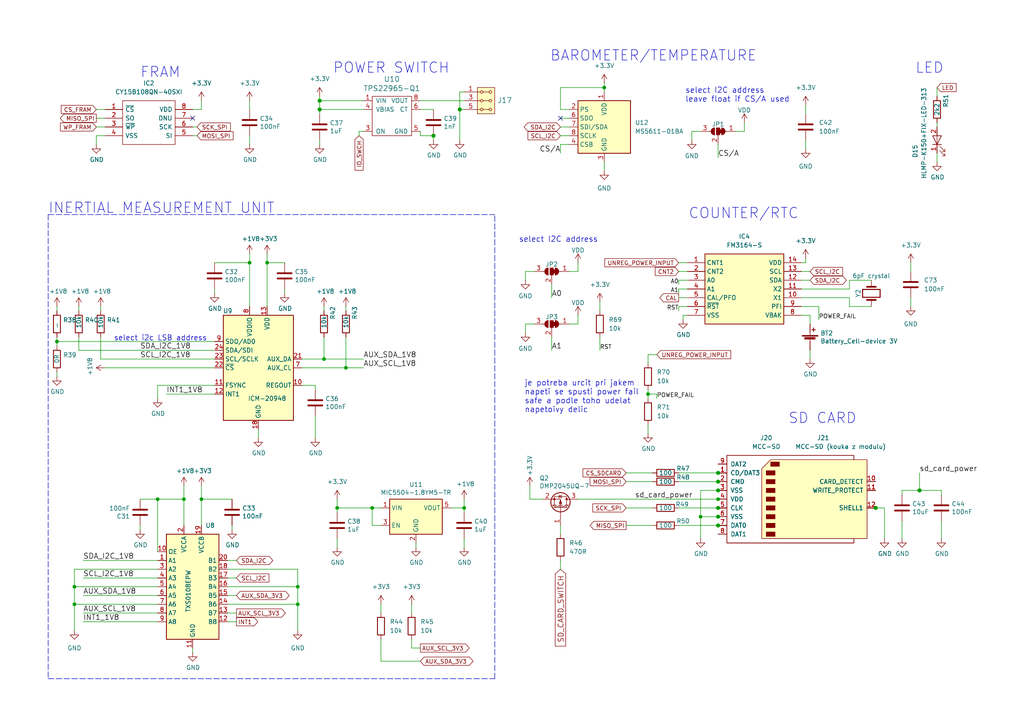
<source format=kicad_sch>
(kicad_sch (version 20231120) (generator "eeschema") (generator_version "8.0")
  (paper "A4")
  (junction (at 133.35 31.75) (diameter 1.016))
  (junction (at 208.28 152.4) (diameter 1.016))
  (junction (at 187.96 114.3))
  (junction (at 175.26 25.4))
  (junction (at 92.71 29.21) (diameter 1.016))
  (junction (at 208.28 144.78))
  (junction (at 45.72 144.78))
  (junction (at 92.71 31.75) (diameter 1.016))
  (junction (at 254 147.32) (diameter 1.016))
  (junction (at 72.39 76.2))
  (junction (at 21.59 170.18))
  (junction (at 203.2 149.86))
  (junction (at 266.7 142.24) (diameter 1.016))
  (junction (at 21.59 175.26))
  (junction (at 208.28 139.7) (diameter 1.016))
  (junction (at 77.47 76.2))
  (junction (at 208.28 137.16) (diameter 1.016))
  (junction (at 86.36 175.26))
  (junction (at 97.79 147.32))
  (junction (at 125.73 39.37) (diameter 1.016))
  (junction (at 208.28 147.32) (diameter 1.016))
  (junction (at 107.95 147.32))
  (junction (at 58.42 144.78))
  (junction (at 208.28 149.86) (diameter 1.016))
  (junction (at 208.28 142.24) (diameter 1.016))
  (junction (at 134.62 147.32))
  (junction (at 93.98 104.14))
  (junction (at 86.36 170.18))
  (junction (at 100.33 106.68))
  (junction (at 53.34 144.78))
  (junction (at 16.51 99.06))
  (no_connect (at 162.56 34.29))
  (no_connect (at 55.88 34.29))
  (wire (pts (xy 196.85 76.2) (xy 199.39 76.2)))
  (wire (pts (xy 66.04 170.18) (xy 86.36 170.18)))
  (wire (pts (xy 208.28 149.86) (xy 203.2 149.86)))
  (wire (pts (xy 107.95 152.4) (xy 107.95 147.32)))
  (wire (pts (xy 16.51 100.33) (xy 16.51 99.06)))
  (wire (pts (xy 196.85 85.09) (xy 196.85 83.82)))
  (wire (pts (xy 58.42 29.21) (xy 58.42 31.75)))
  (wire (pts (xy 198.12 91.44) (xy 198.12 92.71)))
  (wire (pts (xy 162.56 31.75) (xy 162.56 25.4)))
  (wire (pts (xy 22.86 88.9) (xy 22.86 90.17)))
  (wire (pts (xy 27.94 31.75) (xy 30.48 31.75)))
  (wire (pts (xy 196.85 81.28) (xy 199.39 81.28)))
  (wire (pts (xy 107.95 147.32) (xy 97.79 147.32)))
  (wire (pts (xy 213.36 38.1) (xy 215.9 38.1)))
  (wire (pts (xy 189.23 137.16) (xy 181.61 137.16)))
  (wire (pts (xy 190.5 102.87) (xy 187.96 102.87)))
  (wire (pts (xy 55.88 36.83) (xy 57.15 36.83)))
  (wire (pts (xy 125.73 40.64) (xy 125.73 39.37)))
  (wire (pts (xy 87.63 111.76) (xy 91.44 111.76)))
  (wire (pts (xy 121.92 38.1) (xy 121.92 39.37)))
  (wire (pts (xy 133.35 31.75) (xy 133.35 40.64)))
  (wire (pts (xy 271.78 46.99) (xy 271.78 44.45)))
  (wire (pts (xy 119.38 175.26) (xy 119.38 177.8)))
  (wire (pts (xy 134.62 31.75) (xy 133.35 31.75)))
  (wire (pts (xy 232.41 86.36) (xy 246.38 86.36)))
  (wire (pts (xy 82.55 76.2) (xy 77.47 76.2)))
  (wire (pts (xy 121.92 31.75) (xy 125.73 31.75)))
  (wire (pts (xy 266.7 142.24) (xy 266.7 137.16)))
  (wire (pts (xy 165.1 93.98) (xy 167.64 93.98)))
  (wire (pts (xy 92.71 27.94) (xy 92.71 29.21)))
  (wire (pts (xy 53.34 144.78) (xy 53.34 152.4)))
  (wire (pts (xy 74.93 127) (xy 74.93 124.46)))
  (wire (pts (xy 58.42 140.97) (xy 58.42 144.78)))
  (wire (pts (xy 100.33 97.79) (xy 100.33 106.68)))
  (wire (pts (xy 196.85 83.82) (xy 199.39 83.82)))
  (wire (pts (xy 208.28 142.24) (xy 203.2 142.24)))
  (wire (pts (xy 173.99 87.63) (xy 173.99 90.17)))
  (wire (pts (xy 175.26 25.4) (xy 175.26 26.67)))
  (wire (pts (xy 87.63 106.68) (xy 100.33 106.68)))
  (wire (pts (xy 234.95 104.14) (xy 234.95 101.6)))
  (wire (pts (xy 232.41 83.82) (xy 246.38 83.82)))
  (wire (pts (xy 167.64 78.74) (xy 167.64 76.2)))
  (wire (pts (xy 24.13 172.72) (xy 45.72 172.72)))
  (wire (pts (xy 91.44 120.65) (xy 91.44 127)))
  (wire (pts (xy 200.66 38.1) (xy 200.66 40.64)))
  (wire (pts (xy 153.67 144.78) (xy 157.48 144.78)))
  (wire (pts (xy 152.4 78.74) (xy 152.4 81.28)))
  (wire (pts (xy 175.26 46.99) (xy 175.26 49.53)))
  (wire (pts (xy 189.23 147.32) (xy 181.61 147.32)))
  (wire (pts (xy 264.16 86.36) (xy 264.16 88.9)))
  (wire (pts (xy 196.85 147.32) (xy 208.28 147.32)))
  (wire (pts (xy 24.13 177.8) (xy 45.72 177.8)))
  (wire (pts (xy 21.59 175.26) (xy 45.72 175.26)))
  (wire (pts (xy 134.62 26.67) (xy 133.35 26.67)))
  (wire (pts (xy 104.14 39.37) (xy 104.14 38.1)))
  (polyline (pts (xy 13.97 62.23) (xy 13.97 196.85)) (stroke (width 0) (type dash)))
  (wire (pts (xy 29.21 97.79) (xy 29.21 104.14)))
  (wire (pts (xy 66.04 180.34) (xy 68.58 180.34)))
  (wire (pts (xy 92.71 41.91) (xy 92.71 40.64)))
  (wire (pts (xy 66.04 165.1) (xy 86.36 165.1)))
  (wire (pts (xy 196.85 137.16) (xy 208.28 137.16)))
  (wire (pts (xy 203.2 142.24) (xy 203.2 149.86)))
  (wire (pts (xy 24.13 167.64) (xy 45.72 167.64)))
  (wire (pts (xy 133.35 26.67) (xy 133.35 31.75)))
  (wire (pts (xy 93.98 97.79) (xy 93.98 104.14)))
  (wire (pts (xy 208.28 41.91) (xy 208.28 45.72)))
  (wire (pts (xy 77.47 76.2) (xy 77.47 88.9)))
  (wire (pts (xy 16.51 99.06) (xy 62.23 99.06)))
  (wire (pts (xy 167.64 93.98) (xy 167.64 91.44)))
  (wire (pts (xy 91.44 111.76) (xy 91.44 113.03)))
  (wire (pts (xy 173.99 97.79) (xy 173.99 101.6)))
  (wire (pts (xy 29.21 88.9) (xy 29.21 90.17)))
  (wire (pts (xy 24.13 180.34) (xy 45.72 180.34)))
  (wire (pts (xy 92.71 31.75) (xy 92.71 33.02)))
  (wire (pts (xy 261.62 156.21) (xy 261.62 151.13)))
  (wire (pts (xy 45.72 144.78) (xy 45.72 160.02)))
  (wire (pts (xy 119.38 187.96) (xy 121.92 187.96)))
  (wire (pts (xy 110.49 175.26) (xy 110.49 177.8)))
  (wire (pts (xy 232.41 88.9) (xy 237.49 88.9)))
  (wire (pts (xy 66.04 177.8) (xy 68.58 177.8)))
  (wire (pts (xy 21.59 175.26) (xy 21.59 182.88)))
  (wire (pts (xy 233.68 76.2) (xy 232.41 76.2)))
  (wire (pts (xy 152.4 93.98) (xy 152.4 96.52)))
  (wire (pts (xy 45.72 111.76) (xy 45.72 115.57)))
  (wire (pts (xy 162.56 41.91) (xy 165.1 41.91)))
  (wire (pts (xy 62.23 76.2) (xy 72.39 76.2)))
  (wire (pts (xy 24.13 162.56) (xy 45.72 162.56)))
  (wire (pts (xy 196.85 90.17) (xy 196.85 88.9)))
  (wire (pts (xy 100.33 88.9) (xy 100.33 90.17)))
  (wire (pts (xy 175.26 24.13) (xy 175.26 25.4)))
  (wire (pts (xy 256.54 147.32) (xy 256.54 156.21)))
  (wire (pts (xy 187.96 114.3) (xy 187.96 115.57)))
  (wire (pts (xy 232.41 81.28) (xy 234.95 81.28)))
  (wire (pts (xy 264.16 76.2) (xy 264.16 78.74)))
  (wire (pts (xy 273.05 142.24) (xy 273.05 143.51)))
  (wire (pts (xy 196.85 88.9) (xy 199.39 88.9)))
  (wire (pts (xy 162.56 152.4) (xy 162.56 154.94)))
  (wire (pts (xy 55.88 189.23) (xy 55.88 187.96)))
  (wire (pts (xy 162.56 162.56) (xy 162.56 165.1)))
  (wire (pts (xy 110.49 185.42) (xy 110.49 191.77)))
  (wire (pts (xy 199.39 91.44) (xy 198.12 91.44)))
  (wire (pts (xy 87.63 104.14) (xy 93.98 104.14)))
  (polyline (pts (xy 13.97 62.23) (xy 143.51 62.23)) (stroke (width 0) (type dash)))
  (wire (pts (xy 261.62 142.24) (xy 266.7 142.24)))
  (wire (pts (xy 86.36 165.1) (xy 86.36 170.18)))
  (wire (pts (xy 215.9 38.1) (xy 215.9 35.56)))
  (wire (pts (xy 130.81 147.32) (xy 134.62 147.32)))
  (wire (pts (xy 93.98 104.14) (xy 105.41 104.14)))
  (wire (pts (xy 232.41 78.74) (xy 234.95 78.74)))
  (wire (pts (xy 55.88 39.37) (xy 57.15 39.37)))
  (wire (pts (xy 273.05 151.13) (xy 273.05 156.21)))
  (wire (pts (xy 92.71 29.21) (xy 105.41 29.21)))
  (wire (pts (xy 27.94 36.83) (xy 30.48 36.83)))
  (wire (pts (xy 48.26 114.3) (xy 62.23 114.3)))
  (wire (pts (xy 246.38 81.28) (xy 246.38 83.82)))
  (wire (pts (xy 196.85 139.7) (xy 208.28 139.7)))
  (wire (pts (xy 62.23 85.09) (xy 62.23 83.82)))
  (polyline (pts (xy 143.51 196.85) (xy 143.51 62.23)) (stroke (width 0) (type dash)))
  (wire (pts (xy 196.85 78.74) (xy 199.39 78.74)))
  (wire (pts (xy 27.94 39.37) (xy 27.94 41.91)))
  (wire (pts (xy 189.23 139.7) (xy 181.61 139.7)))
  (wire (pts (xy 154.94 78.74) (xy 152.4 78.74)))
  (wire (pts (xy 266.7 142.24) (xy 273.05 142.24)))
  (wire (pts (xy 72.39 76.2) (xy 72.39 88.9)))
  (wire (pts (xy 58.42 144.78) (xy 58.42 152.4)))
  (wire (pts (xy 162.56 31.75) (xy 165.1 31.75)))
  (wire (pts (xy 86.36 170.18) (xy 86.36 175.26)))
  (wire (pts (xy 246.38 86.36) (xy 246.38 88.9)))
  (wire (pts (xy 45.72 111.76) (xy 62.23 111.76)))
  (wire (pts (xy 110.49 147.32) (xy 107.95 147.32)))
  (wire (pts (xy 165.1 78.74) (xy 167.64 78.74)))
  (wire (pts (xy 196.85 152.4) (xy 208.28 152.4)))
  (wire (pts (xy 72.39 73.66) (xy 72.39 76.2)))
  (wire (pts (xy 40.64 153.67) (xy 40.64 152.4)))
  (wire (pts (xy 22.86 101.6) (xy 62.23 101.6)))
  (wire (pts (xy 162.56 25.4) (xy 175.26 25.4)))
  (wire (pts (xy 21.59 170.18) (xy 45.72 170.18)))
  (wire (pts (xy 120.65 158.75) (xy 120.65 157.48)))
  (wire (pts (xy 252.73 81.28) (xy 246.38 81.28)))
  (wire (pts (xy 22.86 101.6) (xy 22.86 97.79)))
  (wire (pts (xy 53.34 140.97) (xy 53.34 144.78)))
  (wire (pts (xy 234.95 91.44) (xy 234.95 93.98)))
  (wire (pts (xy 271.78 27.94) (xy 271.78 25.4)))
  (wire (pts (xy 97.79 147.32) (xy 97.79 148.59)))
  (wire (pts (xy 66.04 175.26) (xy 86.36 175.26)))
  (wire (pts (xy 190.5 115.57) (xy 190.5 114.3)))
  (wire (pts (xy 187.96 123.19) (xy 187.96 125.73)))
  (wire (pts (xy 162.56 41.91) (xy 162.56 44.45)))
  (wire (pts (xy 162.56 39.37) (xy 165.1 39.37)))
  (wire (pts (xy 58.42 144.78) (xy 67.31 144.78)))
  (wire (pts (xy 86.36 175.26) (xy 86.36 182.88)))
  (wire (pts (xy 66.04 167.64) (xy 68.58 167.64)))
  (wire (pts (xy 104.14 38.1) (xy 105.41 38.1)))
  (wire (pts (xy 29.21 104.14) (xy 62.23 104.14)))
  (wire (pts (xy 187.96 102.87) (xy 187.96 105.41)))
  (wire (pts (xy 203.2 149.86) (xy 203.2 156.21)))
  (wire (pts (xy 92.71 29.21) (xy 92.71 31.75)))
  (wire (pts (xy 134.62 156.21) (xy 134.62 158.75)))
  (wire (pts (xy 203.2 38.1) (xy 200.66 38.1)))
  (wire (pts (xy 97.79 147.32) (xy 97.79 144.78)))
  (wire (pts (xy 21.59 170.18) (xy 21.59 175.26)))
  (wire (pts (xy 153.67 140.97) (xy 153.67 144.78)))
  (wire (pts (xy 58.42 31.75) (xy 55.88 31.75)))
  (wire (pts (xy 190.5 114.3) (xy 187.96 114.3)))
  (polyline (pts (xy 13.97 196.85) (xy 143.51 196.85)) (stroke (width 0) (type dash)))
  (wire (pts (xy 16.51 90.17) (xy 16.51 88.9)))
  (wire (pts (xy 271.78 36.83) (xy 271.78 35.56)))
  (wire (pts (xy 100.33 106.68) (xy 105.41 106.68)))
  (wire (pts (xy 121.92 29.21) (xy 134.62 29.21)))
  (wire (pts (xy 196.85 82.55) (xy 196.85 81.28)))
  (wire (pts (xy 134.62 147.32) (xy 134.62 148.59)))
  (wire (pts (xy 30.48 39.37) (xy 27.94 39.37)))
  (wire (pts (xy 196.85 86.36) (xy 199.39 86.36)))
  (wire (pts (xy 40.64 144.78) (xy 45.72 144.78)))
  (wire (pts (xy 30.48 106.68) (xy 62.23 106.68)))
  (wire (pts (xy 167.64 144.78) (xy 208.28 144.78)))
  (wire (pts (xy 97.79 156.21) (xy 97.79 158.75)))
  (wire (pts (xy 233.68 30.48) (xy 233.68 33.02)))
  (wire (pts (xy 66.04 162.56) (xy 68.58 162.56)))
  (wire (pts (xy 77.47 73.66) (xy 77.47 76.2)))
  (wire (pts (xy 67.31 153.67) (xy 67.31 152.4)))
  (wire (pts (xy 82.55 85.09) (xy 82.55 83.82)))
  (wire (pts (xy 45.72 144.78) (xy 53.34 144.78)))
  (wire (pts (xy 233.68 40.64) (xy 233.68 43.18)))
  (wire (pts (xy 254 147.32) (xy 256.54 147.32)))
  (wire (pts (xy 21.59 165.1) (xy 21.59 170.18)))
  (wire (pts (xy 93.98 90.17) (xy 93.98 88.9)))
  (wire (pts (xy 233.68 74.93) (xy 233.68 76.2)))
  (wire (pts (xy 45.72 165.1) (xy 21.59 165.1)))
  (wire (pts (xy 237.49 88.9) (xy 237.49 92.71)))
  (wire (pts (xy 110.49 152.4) (xy 107.95 152.4)))
  (wire (pts (xy 187.96 113.03) (xy 187.96 114.3)))
  (wire (pts (xy 261.62 143.51) (xy 261.62 142.24)))
  (wire (pts (xy 72.39 39.37) (xy 72.39 41.91)))
  (wire (pts (xy 27.94 34.29) (xy 30.48 34.29)))
  (wire (pts (xy 160.02 82.55) (xy 160.02 86.36)))
  (wire (pts (xy 119.38 185.42) (xy 119.38 187.96)))
  (wire (pts (xy 16.51 99.06) (xy 16.51 97.79)))
  (wire (pts (xy 16.51 109.22) (xy 16.51 107.95)))
  (wire (pts (xy 160.02 97.79) (xy 160.02 101.6)))
  (wire (pts (xy 72.39 29.21) (xy 72.39 31.75)))
  (wire (pts (xy 110.49 191.77) (xy 121.92 191.77)))
  (wire (pts (xy 154.94 93.98) (xy 152.4 93.98)))
  (wire (pts (xy 92.71 31.75) (xy 105.41 31.75)))
  (wire (pts (xy 232.41 91.44) (xy 234.95 91.44)))
  (wire (pts (xy 121.92 39.37) (xy 125.73 39.37)))
  (wire (pts (xy 246.38 88.9) (xy 252.73 88.9)))
  (wire (pts (xy 189.23 152.4) (xy 181.61 152.4)))
  (wire (pts (xy 134.62 144.78) (xy 134.62 147.32)))
  (wire (pts (xy 162.56 34.29) (xy 165.1 34.29)))
  (wire (pts (xy 66.04 172.72) (xy 68.58 172.72)))
  (wire (pts (xy 162.56 36.83) (xy 165.1 36.83)))
  (text "select i2c LSB address" (at 33.02 99.06 0) (effects (font (size 1.524 1.524)) (justify left bottom)))
  (text "select I2C address" (at 150.495 70.485 0) (effects (font (size 1.6 1.6)) (justify left bottom)))
  (text "POWER SWITCH" (at 96.52 21.59 0) (effects (font (size 3 3)) (justify left bottom)))
  (text "COUNTER/RTC" (at 199.644 63.754 0) (effects (font (size 3 3)) (justify left bottom)))
  (text "je potreba urcit pri jakem\nnapeti se spusti power fail\nsafe a podle toho udelat\nnapetoivy delic" (at 152.146 119.888 0) (effects (font (size 1.6 1.6)) (justify left bottom)))
  (text "INERTIAL MEASUREMENT UNIT" (at 13.97 62.23 0) (effects (font (size 3 3)) (justify left bottom)))
  (text "FRAM" (at 40.64 22.86 0) (effects (font (size 3 3)) (justify left bottom)))
  (text "SD CARD" (at 228.6 123.19 0) (effects (font (size 3 3)) (justify left bottom)))
  (text "BAROMETER/TEMPERATURE" (at 159.512 18.034 0) (effects (font (size 3 3)) (justify left bottom)))
  (text "select I2C address\nleave float if CS/A used" (at 198.755 29.845 0) (effects (font (size 1.6 1.6)) (justify left bottom)))
  (text "LED" (at 265.43 21.59 0) (effects (font (size 3 3)) (justify left bottom)))
  (label "CS{slash}A" (at 162.56 44.45 180) (effects (font (size 1.524 1.524))))
  (label "RST" (at 173.99 101.6 0) (effects (font (size 1.2 1.2))))
  (label "INT1_1V8" (at 24.13 180.34 0) (effects (font (size 1.524 1.524))))
  (label "sd_card_power" (at 184.15 144.78 0) (effects (font (size 1.524 1.524))))
  (label "A0" (at 196.85 82.55 180) (effects (font (size 1.2 1.2))))
  (label "AUX_SDA_1V8" (at 24.13 172.72 0) (effects (font (size 1.524 1.524))))
  (label "CS{slash}A" (at 208.28 45.72 0) (effects (font (size 1.524 1.524))))
  (label "sd_card_power" (at 266.7 137.16 0) (effects (font (size 1.524 1.524))))
  (label "AUX_SCL_1V8" (at 105.41 106.68 0) (effects (font (size 1.524 1.524))))
  (label "SCL_I2C_1V8" (at 40.64 104.14 0) (effects (font (size 1.524 1.524))))
  (label "AUX_SDA_1V8" (at 105.41 104.14 0) (effects (font (size 1.524 1.524))))
  (label "INT1_1V8" (at 48.26 114.3 0) (effects (font (size 1.524 1.524))))
  (label "A0" (at 160.02 86.36 0) (effects (font (size 1.524 1.524))))
  (label "POWER_FAIL" (at 190.5 115.57 0) (effects (font (size 1.2 1.2))))
  (label "A1" (at 196.85 85.09 180) (effects (font (size 1.2 1.2))))
  (label "RST" (at 196.85 90.17 180) (effects (font (size 1.2 1.2))))
  (label "A1" (at 160.02 101.6 0) (effects (font (size 1.524 1.524))))
  (label "AUX_SCL_1V8" (at 24.13 177.8 0) (effects (font (size 1.524 1.524))))
  (label "POWER_FAIL" (at 237.49 92.71 0) (effects (font (size 1.2 1.2))))
  (label "SDA_I2C_1V8" (at 24.13 162.56 0) (effects (font (size 1.524 1.524))))
  (label "SCL_I2C_1V8" (at 24.13 167.64 0) (effects (font (size 1.524 1.524))))
  (label "SDA_I2C_1V8" (at 40.64 101.6 0) (effects (font (size 1.524 1.524))))
  (global_label "SDA_I2C" (shape bidirectional) (at 234.95 81.28 0) (effects (font (size 1.2 1.2))) (property "Intersheetrefs" "${INTERSHEET_REFS}" (effects (hide yes))))
  (global_label "MISO_SPI" (shape output) (at 181.61 152.4 180) (effects (font (size 1.2 1.2))) (property "Intersheetrefs" "${INTERSHEET_REFS}" (effects (hide yes))))
  (global_label "AUX_SCL_3V3" (shape output) (at 121.92 187.96 0) (effects (font (size 1.2 1.2))) (property "Intersheetrefs" "${INTERSHEET_REFS}" (effects (hide yes))))
  (global_label "SCK_SPI" (shape input) (at 181.61 147.32 180) (effects (font (size 1.2 1.2))) (property "Intersheetrefs" "${INTERSHEET_REFS}" (effects (hide yes))))
  (global_label "SDA_I2C" (shape bidirectional) (at 162.56 36.83 180) (effects (font (size 1.2 1.2))) (property "Intersheetrefs" "${INTERSHEET_REFS}" (effects (hide yes))))
  (global_label "SCK_SPI" (shape input) (at 57.15 36.83 0) (effects (font (size 1.2 1.2))) (property "Intersheetrefs" "${INTERSHEET_REFS}" (effects (hide yes))))
  (global_label "AUX_SDA_3V3" (shape bidirectional) (at 68.58 172.72 0) (effects (font (size 1.2 1.2))) (property "Intersheetrefs" "${INTERSHEET_REFS}" (effects (hide yes))))
  (global_label "CNT2" (shape input) (at 196.85 78.74 180) (effects (font (size 1.2 1.2))) (property "Intersheetrefs" "${INTERSHEET_REFS}" (effects (hide yes))))
  (global_label "IO_SWCH" (shape input) (at 104.14 39.37 270) (effects (font (size 1.2 1.2))) (property "Intersheetrefs" "${INTERSHEET_REFS}" (effects (hide yes))))
  (global_label "UNREG_POWER_INPUT" (shape input) (at 190.5 102.87 0) (effects (font (size 1.2 1.2))) (property "Intersheetrefs" "${INTERSHEET_REFS}" (effects (hide yes))))
  (global_label "MOSI_SPI" (shape input) (at 57.15 39.37 0) (effects (font (size 1.2 1.2))) (property "Intersheetrefs" "${INTERSHEET_REFS}" (effects (hide yes))))
  (global_label "LED" (shape input) (at 271.78 25.4 0) (effects (font (size 1.2 1.2))) (property "Intersheetrefs" "${INTERSHEET_REFS}" (effects (hide yes))))
  (global_label "SD_CARD_SWITCH" (shape input) (at 162.56 165.1 270) (effects (font (size 1.524 1.524))) (property "Intersheetrefs" "${INTERSHEET_REFS}" (effects (hide yes))))
  (global_label "MOSI_SPI" (shape input) (at 181.61 139.7 180) (effects (font (size 1.2 1.2))) (property "Intersheetrefs" "${INTERSHEET_REFS}" (effects (hide yes))))
  (global_label "INT1" (shape output) (at 68.58 180.34 0) (effects (font (size 1.2 1.2))) (property "Intersheetrefs" "${INTERSHEET_REFS}" (effects (hide yes))))
  (global_label "SDA_I2C" (shape bidirectional) (at 68.58 162.56 0) (effects (font (size 1.2 1.2))) (property "Intersheetrefs" "${INTERSHEET_REFS}" (effects (hide yes))))
  (global_label "AUX_SDA_3V3" (shape bidirectional) (at 121.92 191.77 0) (effects (font (size 1.2 1.2))) (property "Intersheetrefs" "${INTERSHEET_REFS}" (effects (hide yes))))
  (global_label "MISO_SPI" (shape output) (at 27.94 34.29 180) (effects (font (size 1.2 1.2))) (property "Intersheetrefs" "${INTERSHEET_REFS}" (effects (hide yes))))
  (global_label "CS_FRAM" (shape input) (at 27.94 31.75 180) (effects (font (size 1.2 1.2))) (property "Intersheetrefs" "${INTERSHEET_REFS}" (effects (hide yes))))
  (global_label "SCL_I2C" (shape input) (at 162.56 39.37 180) (effects (font (size 1.2 1.2))) (property "Intersheetrefs" "${INTERSHEET_REFS}" (effects (hide yes))))
  (global_label "UNREG_POWER_INPUT" (shape input) (at 196.85 76.2 180) (effects (font (size 1.2 1.2))) (property "Intersheetrefs" "${INTERSHEET_REFS}" (effects (hide yes))))
  (global_label "SCL_I2C" (shape input) (at 68.58 167.64 0) (effects (font (size 1.2 1.2))) (property "Intersheetrefs" "${INTERSHEET_REFS}" (effects (hide yes))))
  (global_label "SCL_I2C" (shape input) (at 234.95 78.74 0) (effects (font (size 1.2 1.2))) (property "Intersheetrefs" "${INTERSHEET_REFS}" (effects (hide yes))))
  (global_label "WP_FRAM" (shape input) (at 27.94 36.83 180) (effects (font (size 1.2 1.2))) (property "Intersheetrefs" "${INTERSHEET_REFS}" (effects (hide yes))))
  (global_label "AUX_SCL_3V3" (shape output) (at 68.58 177.8 0) (effects (font (size 1.2 1.2))) (property "Intersheetrefs" "${INTERSHEET_REFS}" (effects (hide yes))))
  (global_label "CAL" (shape output) (at 196.85 86.36 180) (effects (font (size 1.2 1.2))) (property "Intersheetrefs" "${INTERSHEET_REFS}" (effects (hide yes))))
  (global_label "CS_SDCARD" (shape input) (at 181.61 137.16 180) (effects (font (size 1.2 1.2))) (property "Intersheetrefs" "${INTERSHEET_REFS}" (effects (hide yes))))
  (symbol (lib_id "Jumper:SolderJumper_3_Bridged12") (at 208.28 38.1 0) (mirror y) (unit 1)
    (property "Reference" "JP1" (at 208.28 36.0195 0))
    (property "Value" "SolderJumper_3_Bridged12" (effects (hide yes)))
    (property "Footprint" "Jumper:SolderJumper-3_P1.3mm_Bridged12_RoundedPad1.0x1.5mm_NumberLabels" (effects (hide yes)))
  )
  (symbol (lib_id "FM3164-S:FM3164-S") (at 199.39 76.2 0) (unit 1)
    (property "Reference" "IC4" (at 215.9 68.58 0))
    (property "Value" "FM3164-S" (at 215.9 71.12 0))
    (property "Footprint" "SOIC127P600X175-14N" (effects (hide yes)))
    (property "Datasheet" "https://4donline.ihs.com/images/VipMasterIC/IC/RAMT/RAMTS00396/RAMTS00396-1.pdf?hkey=EF798316E3902B6ED9A73243A3159BB0" (effects (hide yes)))
    (property "Description" "-40C to +85C Integrated Processor Companion with Memory 14-pin SOIC Package" (effects (hide yes)))
    (property "Height" "1.75" (effects (hide yes)))
    (property "Manufacturer_Name" "RAMTRON" (effects (hide yes)))
    (property "Manufacturer_Part_Number" "FM3164-S" (effects (hide yes)))
  )
  (symbol (lib_id "DATALOGGER01A-rescue:SD_Card-Connector") (at 231.14 144.78 0) (unit 1)
    (property "Reference" "J20" (at 222.25 127 0))
    (property "Value" "MCC-SD" (at 222.25 129.54 0))
    (property "Footprint" "Connector_Card:SD_TE_2041021" (effects (hide yes)))
    (property "Datasheet" "http://portal.fciconnect.com/Comergent//fci/drawing/10067847.pdf" (effects (hide yes)))
    (property "UST_ID" "5c70984412875079b91f87f2" (effects (hide yes)))
  )
  (symbol (lib_id "power:+3.3V") (at 97.79 144.78 0) (unit 1)
    (property "Reference" "#PWR0101" (effects (hide yes)))
    (property "Value" "+3.3V" (at 97.79 139.7 0))
  )
  (symbol (lib_id "Device:R") (at 93.98 93.98 0) (unit 1)
    (property "Reference" "R42" (at 96.52 92.71 90) (effects (justify left)))
    (property "Value" "10k" (at 93.98 95.25 90) (effects (justify left)))
    (property "Footprint" "Mlab_R:SMD-0603" (effects (hide yes)))
    (property "UST_ID" "5c70984612875079b91f899f" (effects (hide yes)))
  )
  (symbol (lib_id "power:+1V8") (at 29.21 88.9 0) (unit 1)
    (property "Reference" "#PWR080" (effects (hide yes)))
    (property "Value" "+1V8" (at 29.591 84.5058 0))
  )
  (symbol (lib_id "power:GND") (at 273.05 156.21 0) (unit 1)
    (property "Reference" "#PWR0128" (effects (hide yes)))
    (property "Value" "GND" (at 273.177 160.6042 0))
  )
  (symbol (lib_id "Device:R") (at 187.96 119.38 0) (unit 1)
    (property "Reference" "R71" (at 190.5 118.1099 0) (effects (justify left)))
    (property "Value" "10k" (at 190.5 120.6499 0) (effects (justify left)))
  )
  (symbol (lib_id "power:GND") (at 62.23 85.09 0) (unit 1)
    (property "Reference" "#PWR088" (effects (hide yes)))
    (property "Value" "GND" (at 62.357 89.4842 0))
  )
  (symbol (lib_id "power:GND") (at 133.35 40.64 0) (unit 1)
    (property "Reference" "#PWR0108" (effects (hide yes)))
    (property "Value" "GND" (at 133.477 45.0342 0))
  )
  (symbol (lib_id "power:GND") (at 175.26 49.53 0) (unit 1)
    (property "Reference" "#PWR0115" (effects (hide yes)))
    (property "Value" "GND" (at 175.26 54.61 0))
  )
  (symbol (lib_id "power:GND") (at 200.66 40.64 0) (unit 1)
    (property "Reference" "#PWR0118" (effects (hide yes)))
    (property "Value" "GND" (at 200.66 45.2025 0))
  )
  (symbol (lib_id "power:GND") (at 74.93 127 0) (unit 1)
    (property "Reference" "#PWR093" (effects (hide yes)))
    (property "Value" "GND" (at 75.057 131.3942 0))
  )
  (symbol (lib_id "power:+3.3V") (at 58.42 29.21 0) (unit 1)
    (property "Reference" "#PWR086" (effects (hide yes)))
    (property "Value" "+3.3V" (at 58.42 24.13 0))
  )
  (symbol (lib_id "DATALOGGER01A-rescue:R-device") (at 271.78 31.75 180) (unit 1)
    (property "Reference" "R51" (at 274.32 29.21 90))
    (property "Value" "2k2" (at 271.78 31.75 90))
    (property "Footprint" "Mlab_R:SMD-0805" (effects (hide yes)))
    (property "UST_ID" "5c70984612875079b91f8990" (effects (hide yes)))
  )
  (symbol (lib_id "CY15B108QN-40SXI:CY15B108QN-40SXI") (at 30.48 31.75 0) (unit 1)
    (property "Reference" "IC2" (at 43.18 24.13 0))
    (property "Value" "CY15B108QN-40SXI" (at 43.18 26.67 0))
    (property "Footprint" "SOIC127P800X203-8N" (effects (hide yes)))
    (property "Datasheet" "https://www.mouser.in/datasheet/2/196/CYPR_S_A0011123055_1-3004611.pdf" (effects (hide yes)))
    (property "Description" "F-RAM Excelon LP 40 MHz 8-EIAJ" (effects (hide yes)))
    (property "Height" "2.03" (effects (hide yes)))
    (property "Mouser Part Number" "727-CY15B108QN-40SXI" (effects (hide yes)))
    (property "Mouser Price/Stock" "https://www.mouser.co.uk/ProductDetail/Infineon-Cypress/CY15B108QN-40SXI?qs=P1JMDcb91o4DSS%2FkAQM5uA%3D%3D" (effects (hide yes)))
    (property "Manufacturer_Name" "Infineon / Cypress" (effects (hide yes)))
    (property "Manufacturer_Part_Number" "CY15B108QN-40SXI" (effects (hide yes)))
  )
  (symbol (lib_id "power:GND") (at 72.39 41.91 0) (unit 1)
    (property "Reference" "#PWR091" (effects (hide yes)))
    (property "Value" "GND" (at 72.517 46.3042 0))
  )
  (symbol (lib_id "DATALOGGER01A-rescue:C-device") (at 92.71 36.83 0) (unit 1)
    (property "Reference" "C37" (at 95.631 35.6616 0) (effects (justify left)))
    (property "Value" "1uF" (at 95.631 37.973 0) (effects (justify left)))
    (property "Footprint" "Mlab_R:SMD-0805" (effects (hide yes)))
    (property "UST_ID" "5c70984712875079b91f8b50" (effects (hide yes)))
  )
  (symbol (lib_id "power:+3V3") (at 110.49 175.26 0) (unit 1)
    (property "Reference" "#PWR0104" (effects (hide yes)))
    (property "Value" "+3V3" (at 110.49 170.18 0))
  )
  (symbol (lib_id "power:+1V8") (at 53.34 140.97 0) (unit 1)
    (property "Reference" "#PWR084" (effects (hide yes)))
    (property "Value" "+1V8" (at 53.721 136.5758 0))
  )
  (symbol (lib_id "Device:R") (at 16.51 104.14 0) (unit 1)
    (property "Reference" "R39" (at 18.288 102.9716 0) (effects (justify left)))
    (property "Value" "0R" (at 16.51 105.41 90) (effects (justify left)))
    (property "Footprint" "Mlab_R:SMD-0603" (effects (hide yes)))
    (property "UST_ID" "5c70984512875079b91f896b" (effects (hide yes)))
  )
  (symbol (lib_id "power:GND") (at 16.51 109.22 0) (unit 1)
    (property "Reference" "#PWR076" (effects (hide yes)))
    (property "Value" "GND" (at 16.637 113.6142 0))
  )
  (symbol (lib_id "power:GND") (at 152.4 96.52 0) (unit 1)
    (property "Reference" "#PWR0120" (effects (hide yes)))
    (property "Value" "GND" (at 152.4 101.0825 0))
  )
  (symbol (lib_id "power:GND") (at 82.55 85.09 0) (unit 1)
    (property "Reference" "#PWR095" (effects (hide yes)))
    (property "Value" "GND" (at 82.677 89.4842 0))
  )
  (symbol (lib_id "Jumper:SolderJumper_3_Bridged12") (at 160.02 93.98 0) (mirror y) (unit 1)
    (property "Reference" "JP3" (at 160.02 91.8995 0))
    (property "Value" "SolderJumper_3_Bridged12" (effects (hide yes)))
    (property "Footprint" "Jumper:SolderJumper-3_P1.3mm_Bridged12_RoundedPad1.0x1.5mm_NumberLabels" (effects (hide yes)))
  )
  (symbol (lib_id "Transistor_FET:IRLML6401") (at 162.56 147.32 270) (mirror x) (unit 1)
    (property "Reference" "Q2" (at 156.464 138.684 90) (effects (justify left)))
    (property "Value" "DMP2045UQ-7" (at 156.464 140.97 90) (effects (justify left)))
    (property "Footprint" "Package_TO_SOT_SMD:SOT-23" (effects (hide yes)))
    (property "Datasheet" "https://www.infineon.com/dgdl/irlml6401pbf.pdf?fileId=5546d462533600a401535668b96d2634" (effects (hide yes)))
    (property "Description" "-4.3A Id, -12V Vds, 50mOhm Rds, P-Channel HEXFET Power MOSFET, SOT-23" (effects (hide yes)))
  )
  (symbol (lib_id "power:GND") (at 134.62 158.75 0) (unit 1)
    (property "Reference" "#PWR0110" (effects (hide yes)))
    (property "Value" "GND" (at 134.747 163.1442 0))
  )
  (symbol (lib_name "GND_2") (lib_id "power:GND") (at 21.59 182.88 0) (unit 1)
    (property "Reference" "#PWR077" (effects (hide yes)))
    (property "Value" "GND" (at 21.59 187.96 0))
  )
  (symbol (lib_id "DATALOGGER01A-rescue:HEADER_2x03_PARALLEL-MLAB_HEADER") (at 140.97 29.21 0) (unit 1)
    (property "Reference" "J17" (at 144.2212 29.083 0) (effects (font (size 1.524 1.524)) (justify left)))
    (property "Value" "HEADER_2x03_PARALLEL" (effects (hide yes)))
    (property "Footprint" "Mlab_Pin_Headers:Straight_2x03" (effects (hide yes)))
  )
  (symbol (lib_id "power:+3.3V") (at 92.71 27.94 0) (unit 1)
    (property "Reference" "#PWR098" (effects (hide yes)))
    (property "Value" "+3.3V" (at 92.71 22.86 0))
  )
  (symbol (lib_id "power:+1V8") (at 93.98 88.9 0) (unit 1)
    (property "Reference" "#PWR0100" (effects (hide yes)))
    (property "Value" "+1V8" (at 94.361 84.5058 0))
  )
  (symbol (lib_id "power:GND") (at 27.94 41.91 0) (unit 1)
    (property "Reference" "#PWR079" (effects (hide yes)))
    (property "Value" "GND" (at 28.067 46.3042 0))
  )
  (symbol (lib_id "power:+1V8") (at 16.51 88.9 0) (unit 1)
    (property "Reference" "#PWR075" (effects (hide yes)))
    (property "Value" "+1V8" (at 16.891 84.5058 0))
  )
  (symbol (lib_id "power:+3.3V") (at 173.99 87.63 0) (unit 1)
    (property "Reference" "#PWR0190" (effects (hide yes)))
    (property "Value" "+3.3V" (at 173.99 82.55 0))
  )
  (symbol (lib_name "GND_3") (lib_id "power:GND") (at 233.68 43.18 0) (unit 1)
    (property "Reference" "#PWR0124" (effects (hide yes)))
    (property "Value" "GND" (at 233.68 48.26 0))
  )
  (symbol (lib_id "DATALOGGER01A-rescue:C-device") (at 273.05 147.32 0) (unit 1)
    (property "Reference" "C44" (at 275.971 146.1516 0) (effects (justify left)))
    (property "Value" "100nF" (at 275.971 148.463 0) (effects (justify left)))
    (property "Footprint" "Mlab_R:SMD-0805" (effects (hide yes)))
    (property "UST_ID" "5c70984712875079b91f8b4c" (effects (hide yes)))
  )
  (symbol (lib_id "power:+1V8") (at 134.62 144.78 0) (unit 1)
    (property "Reference" "#PWR0109" (effects (hide yes)))
    (property "Value" "+1V8" (at 135.001 140.3858 0))
  )
  (symbol (lib_id "power:+3.3V") (at 264.16 76.2 0) (unit 1)
    (property "Reference" "#PWR0188" (effects (hide yes)))
    (property "Value" "+3.3V" (at 264.16 71.12 0))
  )
  (symbol (lib_id "DATALOGGER01A-rescue:SD_Card-Connector") (at 231.14 144.78 0) (unit 1)
    (property "Reference" "J21" (at 238.76 127 0))
    (property "Value" "MCC-SD (kouka z modulu)" (at 243.84 129.54 0))
    (property "Footprint" "Mlab_CON:MCC-SD" (effects (hide yes)))
    (property "Datasheet" "http://portal.fciconnect.com/Comergent//fci/drawing/10067847.pdf" (effects (hide yes)))
  )
  (symbol (lib_id "Device:C") (at 264.16 82.55 0) (unit 1)
    (property "Reference" "C73" (at 267.97 81.2799 0) (effects (justify left)))
    (property "Value" "100nF" (at 267.97 83.8199 0) (effects (justify left)))
  )
  (symbol (lib_id "DATALOGGER01A-rescue:R-device") (at 193.04 137.16 270) (unit 1)
    (property "Reference" "R47" (at 198.12 135.89 90))
    (property "Value" "100" (at 193.04 137.16 90))
    (property "Footprint" "Mlab_R:SMD-0805" (effects (hide yes)))
    (property "UST_ID" "5c70984512875079b91f8977" (effects (hide yes)))
  )
  (symbol (lib_id "power:GND") (at 198.12 92.71 0) (unit 1)
    (property "Reference" "#PWR0112" (effects (hide yes)))
    (property "Value" "GND" (at 198.247 97.1042 0))
  )
  (symbol (lib_id "Regulator_Linear:MIC5504-1.8YM5") (at 120.65 149.86 0) (unit 1)
    (property "Reference" "U11" (at 120.65 140.5382 0))
    (property "Value" "MIC5504-1.8YM5-TR" (at 120.65 142.8496 0))
    (property "Footprint" "Package_TO_SOT_SMD:SOT-23-5" (effects (hide yes)))
    (property "Datasheet" "http://ww1.microchip.com/downloads/en/DeviceDoc/MIC550X.pdf" (effects (hide yes)))
    (property "UST_ID" "5c7256781287500b4e112eba" (effects (hide yes)))
  )
  (symbol (lib_id "Sensor_Motion:ICM-20948") (at 74.93 106.68 0) (unit 1)
    (property "Reference" "U9" (at 66.04 90.17 0))
    (property "Value" "ICM-20948" (at 77.47 115.57 0))
    (property "Footprint" "Sensor_Motion:InvenSense_QFN-24_3x3mm_P0.4mm" (effects (hide yes)))
    (property "Datasheet" "http://www.invensense.com/wp-content/uploads/2016/06/DS-000189-ICM-20948-v1.3.pdf" (effects (hide yes)))
    (property "UST_ID" "5c725a431287500b4e112ef5" (effects (hide yes)))
  )
  (symbol (lib_id "Device:R") (at 119.38 181.61 0) (unit 1)
    (property "Reference" "R45" (at 121.92 180.3399 0) (effects (justify left)))
    (property "Value" "10k" (at 121.92 182.8799 0) (effects (justify left)))
  )
  (symbol (lib_id "power:+3.3V") (at 72.39 29.21 0) (unit 1)
    (property "Reference" "#PWR090" (effects (hide yes)))
    (property "Value" "+3.3V" (at 72.39 24.13 0))
  )
  (symbol (lib_id "Device:C") (at 67.31 148.59 0) (unit 1)
    (property "Reference" "C33" (at 70.231 147.4216 0) (effects (justify left)))
    (property "Value" "100nF" (at 70.231 149.733 0) (effects (justify left)))
    (property "Footprint" "Mlab_R:SMD-0603" (effects (hide yes)))
    (property "UST_ID" "5c70984712875079b91f8b4c" (effects (hide yes)))
  )
  (symbol (lib_id "power:GND") (at 271.78 46.99 0) (unit 1)
    (property "Reference" "#PWR0127" (effects (hide yes)))
    (property "Value" "GND" (at 271.907 51.3842 0))
  )
  (symbol (lib_id "DATALOGGER01A-rescue:R-device") (at 193.04 139.7 270) (unit 1)
    (property "Reference" "R48" (at 198.12 138.43 90))
    (property "Value" "100" (at 193.04 139.7 90))
    (property "Footprint" "Mlab_R:SMD-0805" (effects (hide yes)))
    (property "UST_ID" "5c70984512875079b91f8977" (effects (hide yes)))
  )
  (symbol (lib_id "power:GND") (at 234.95 104.14 0) (unit 1)
    (property "Reference" "#PWR0113" (effects (hide yes)))
    (property "Value" "GND" (at 235.077 108.5342 0))
  )
  (symbol (lib_id "power:+1V8") (at 100.33 88.9 0) (unit 1)
    (property "Reference" "#PWR0103" (effects (hide yes)))
    (property "Value" "+1V8" (at 100.711 84.5058 0))
  )
  (symbol (lib_id "Device:C") (at 91.44 116.84 0) (unit 1)
    (property "Reference" "C36" (at 94.361 115.6716 0) (effects (justify left)))
    (property "Value" "100nF" (at 94.361 117.983 0) (effects (justify left)))
    (property "Footprint" "Mlab_R:SMD-0603" (effects (hide yes)))
    (property "UST_ID" "5c70984712875079b91f8b4c" (effects (hide yes)))
  )
  (symbol (lib_id "power:GND") (at 92.71 41.91 0) (unit 1)
    (property "Reference" "#PWR099" (effects (hide yes)))
    (property "Value" "GND" (at 92.837 46.3042 0))
  )
  (symbol (lib_id "power:GND") (at 125.73 40.64 0) (unit 1)
    (property "Reference" "#PWR0107" (effects (hide yes)))
    (property "Value" "GND" (at 125.857 45.0342 0))
  )
  (symbol (lib_id "power:VDD") (at 167.64 76.2 0) (unit 1)
    (property "Reference" "#PWR0117" (effects (hide yes)))
    (property "Value" "VDD" (at 167.64 72.5955 0))
  )
  (symbol (lib_id "power:VDD") (at 167.64 91.44 0) (unit 1)
    (property "Reference" "#PWR0121" (effects (hide yes)))
    (property "Value" "VDD" (at 167.64 87.8355 0))
  )
  (symbol (lib_id "power:GND") (at 55.88 189.23 0) (unit 1)
    (property "Reference" "#PWR085" (effects (hide yes)))
    (property "Value" "GND" (at 56.007 193.6242 0))
  )
  (symbol (lib_id "DATALOGGER01A-rescue:R-device") (at 193.04 147.32 270) (unit 1)
    (property "Reference" "R49" (at 197.866 146.304 90))
    (property "Value" "100" (at 193.04 147.32 90))
    (property "Footprint" "Mlab_R:SMD-0805" (effects (hide yes)))
    (property "UST_ID" "5c70984512875079b91f8977" (effects (hide yes)))
  )
  (symbol (lib_id "power:GND") (at 45.72 115.57 0) (unit 1)
    (property "Reference" "#PWR083" (effects (hide yes)))
    (property "Value" "GND" (at 45.847 119.9642 0))
  )
  (symbol (lib_name "GND_3") (lib_id "power:GND") (at 264.16 88.9 0) (unit 1)
    (property "Reference" "#PWR0189" (effects (hide yes)))
    (property "Value" "GND" (at 264.16 93.98 0))
  )
  (symbol (lib_id "Jumper:SolderJumper_3_Bridged12") (at 160.02 78.74 0) (mirror y) (unit 1)
    (property "Reference" "JP2" (at 160.02 76.6595 0))
    (property "Value" "SolderJumper_3_Bridged12" (effects (hide yes)))
    (property "Footprint" "Jumper:SolderJumper-3_P1.3mm_Bridged12_RoundedPad1.0x1.5mm_NumberLabels" (effects (hide yes)))
  )
  (symbol (lib_id "DATALOGGER01A-rescue:Battery_Cell-device") (at 234.95 99.06 0) (unit 1)
    (property "Reference" "BT2" (at 237.9472 96.6216 0) (effects (justify left)))
    (property "Value" "Battery_Cell-device 3V" (at 237.9472 98.933 0) (effects (justify left)))
    (property "Footprint" "Mlab_Batery:CH28-2032" (effects (hide yes)))
    (property "UST_ID" "5c70984412875079b91f87ec" (effects (hide yes)))
  )
  (symbol (lib_id "power:GND") (at 40.64 153.67 0) (unit 1)
    (property "Reference" "#PWR082" (effects (hide yes)))
    (property "Value" "GND" (at 40.767 158.0642 0))
  )
  (symbol (lib_name "GND_2") (lib_id "power:GND") (at 86.36 182.88 0) (unit 1)
    (property "Reference" "#PWR096" (effects (hide yes)))
    (property "Value" "GND" (at 86.36 187.96 0))
  )
  (symbol (lib_id "Device:C") (at 62.23 80.01 0) (unit 1)
    (property "Reference" "C32" (at 65.151 78.8416 0) (effects (justify left)))
    (property "Value" "100nF" (at 65.151 81.153 0) (effects (justify left)))
    (property "Footprint" "Mlab_R:SMD-0603" (effects (hide yes)))
    (property "UST_ID" "5c70984712875079b91f8b4c" (effects (hide yes)))
  )
  (symbol (lib_id "power:+3V3") (at 119.38 175.26 0) (unit 1)
    (property "Reference" "#PWR0105" (effects (hide yes)))
    (property "Value" "+3V3" (at 119.38 170.18 0))
  )
  (symbol (lib_id "Device:R") (at 162.56 158.75 0) (unit 1)
    (property "Reference" "R46" (at 165.1 157.4799 0) (effects (justify left)))
    (property "Value" "470R" (at 165.1 160.0199 0) (effects (justify left)))
    (property "Description" "Resistor" (effects (hide yes)))
  )
  (symbol (lib_id "DATALOGGER01A-rescue:Crystal-device") (at 252.73 85.09 90) (unit 1)
    (property "Reference" "Y2" (at 248.92 85.09 0))
    (property "Value" "6pF crystal" (at 252.73 80.01 90))
    (property "Footprint" "Mlab_XTAL:ABS07" (effects (hide yes)))
    (property "UST_ID" "5c70984712875079b91f8b1b" (effects (hide yes)))
  )
  (symbol (lib_id "Device:C") (at 97.79 152.4 0) (unit 1)
    (property "Reference" "C38" (at 100.711 151.2316 0) (effects (justify left)))
    (property "Value" "1uF" (at 100.711 153.543 0) (effects (justify left)))
    (property "Footprint" "Mlab_R:SMD-0603" (effects (hide yes)))
    (property "UST_ID" "5c70984712875079b91f8b50" (effects (hide yes)))
  )
  (symbol (lib_id "Device:R") (at 22.86 93.98 0) (unit 1)
    (property "Reference" "R40" (at 24.638 92.8116 0) (effects (justify left)))
    (property "Value" "10k" (at 22.86 95.25 90) (effects (justify left)))
    (property "Footprint" "Mlab_R:SMD-0603" (effects (hide yes)))
    (property "UST_ID" "5c70984612875079b91f899f" (effects (hide yes)))
  )
  (symbol (lib_id "power:VDD") (at 215.9 35.56 0) (unit 1)
    (property "Reference" "#PWR0122" (effects (hide yes)))
    (property "Value" "VDD" (at 215.9 31.9555 0))
  )
  (symbol (lib_id "DATALOGGER01A-rescue:C-device") (at 72.39 35.56 0) (unit 1)
    (property "Reference" "C34" (at 75.311 34.3916 0) (effects (justify left)))
    (property "Value" "100nF" (at 75.311 36.703 0) (effects (justify left)))
    (property "Footprint" "Mlab_R:SMD-0805" (effects (hide yes)))
    (property "UST_ID" "5c70984712875079b91f8b4c" (effects (hide yes)))
  )
  (symbol (lib_id "power:+3.3V") (at 233.68 30.48 0) (unit 1)
    (property "Reference" "#PWR0123" (effects (hide yes)))
    (property "Value" "+3.3V" (at 233.68 25.4 0))
  )
  (symbol (lib_id "DATALOGGER01A-rescue:TPS22965-Q1-MLAB_IO") (at 113.03 31.75 0) (unit 1)
    (property "Reference" "U10" (at 113.665 22.9362 0) (effects (font (size 1.524 1.524))))
    (property "Value" "TPS22965-Q1" (at 113.665 25.6286 0) (effects (font (size 1.524 1.524))))
    (property "Footprint" "Package_SON:WSON-8-1EP_2x2mm_P0.5mm_EP0.9x1.6mm_ThermalVias" (effects (hide yes)))
    (property "UST_ID" "5c70984712875079b91f8b78" (effects (hide yes)))
  )
  (symbol (lib_id "DATALOGGER01A-rescue:LED-device") (at 271.78 40.64 90) (unit 1)
    (property "Reference" "D15" (at 265.43 41.91 0) (effects (justify right)))
    (property "Value" "HLMP-K150+FIX-LED-313" (at 267.97 25.4 0) (effects (justify right)))
    (property "Footprint" "Mlab_D:FIX-LED-313" (effects (hide yes)))
    (property "UST_ID" "5c70984712875079b91f8b67" (effects (hide yes)))
  )
  (symbol (lib_id "power:GND") (at 152.4 81.28 0) (unit 1)
    (property "Reference" "#PWR0116" (effects (hide yes)))
    (property "Value" "GND" (at 152.4 85.8425 0))
  )
  (symbol (lib_id "Sensor_Pressure:MS5611-01BA") (at 175.26 36.83 0) (unit 1)
    (property "Reference" "U12" (at 184.15 35.56 0) (effects (justify left)))
    (property "Value" "MS5611-01BA" (at 184.15 38.1 0) (effects (justify left)))
    (property "Footprint" "Package_LGA:LGA-8_3x5mm_P1.25mm" (effects (hide yes)))
    (property "Datasheet" "https://www.te.com/commerce/DocumentDelivery/DDEController?Action=srchrtrv&DocNm=MS5611-01BA03&DocType=Data+Sheet&DocLang=English" (effects (hide yes)))
  )
  (symbol (lib_id "Device:C") (at 40.64 148.59 180) (unit 1)
    (property "Reference" "C31" (at 37.719 149.7584 0) (effects (justify left)))
    (property "Value" "100nF" (at 37.719 147.447 0) (effects (justify left)))
    (property "Footprint" "Mlab_R:SMD-0603" (effects (hide yes)))
    (property "UST_ID" "5c70984712875079b91f8b4c" (effects (hide yes)))
  )
  (symbol (lib_id "power:GND") (at 97.79 158.75 0) (unit 1)
    (property "Reference" "#PWR0102" (effects (hide yes)))
    (property "Value" "GND" (at 97.917 163.1442 0))
  )
  (symbol (lib_id "power:GND") (at 187.96 125.73 0) (unit 1)
    (property "Reference" "#PWR0191" (effects (hide yes)))
    (property "Value" "GND" (at 188.087 130.1242 0))
  )
  (symbol (lib_id "power:+1V8") (at 22.86 88.9 0) (unit 1)
    (property "Reference" "#PWR078" (effects (hide yes)))
    (property "Value" "+1V8" (at 23.241 84.5058 0))
  )
  (symbol (lib_id "Device:C") (at 82.55 80.01 0) (unit 1)
    (property "Reference" "C35" (at 85.471 78.8416 0) (effects (justify left)))
    (property "Value" "100nF" (at 85.471 81.153 0) (effects (justify left)))
    (property "Footprint" "Mlab_R:SMD-0603" (effects (hide yes)))
    (property "UST_ID" "5c70984712875079b91f8b4c" (effects (hide yes)))
  )
  (symbol (lib_id "Device:R") (at 29.21 93.98 0) (unit 1)
    (property "Reference" "R41" (at 30.988 92.8116 0) (effects (justify left)))
    (property "Value" "10k" (at 29.21 95.25 90) (effects (justify left)))
    (property "Footprint" "Mlab_R:SMD-0603" (effects (hide yes)))
    (property "UST_ID" "5c70984612875079b91f899f" (effects (hide yes)))
  )
  (symbol (lib_id "Device:R") (at 110.49 181.61 0) (unit 1)
    (property "Reference" "R44" (at 113.03 180.3399 0) (effects (justify left)))
    (property "Value" "10k" (at 113.03 182.8799 0) (effects (justify left)))
  )
  (symbol (lib_id "Device:R") (at 173.99 93.98 0) (unit 1)
    (property "Reference" "R69" (at 176.53 92.7099 0) (effects (justify left)))
    (property "Value" "10k" (at 176.53 95.2499 0) (effects (justify left)))
  )
  (symbol (lib_id "power:GND") (at 203.2 156.21 0) (unit 1)
    (property "Reference" "#PWR0119" (effects (hide yes)))
    (property "Value" "GND" (at 203.327 160.6042 0))
  )
  (symbol (lib_id "Device:R") (at 187.96 109.22 0) (unit 1)
    (property "Reference" "R70" (at 190.5 107.9499 0) (effects (justify left)))
    (property "Value" "10k" (at 190.5 110.4899 0) (effects (justify left)))
  )
  (symbol (lib_id "power:GND") (at 91.44 127 0) (unit 1)
    (property "Reference" "#PWR097" (effects (hide yes)))
    (property "Value" "GND" (at 91.567 131.3942 0))
  )
  (symbol (lib_id "power:GND") (at 256.54 156.21 0) (unit 1)
    (property "Reference" "#PWR0125" (effects (hide yes)))
    (property "Value" "GND" (at 256.667 160.6042 0))
  )
  (symbol (lib_id "WINDGAUGE03A_PCB01A-rescue:+3.3V-power") (at 58.42 140.97 0) (unit 1)
    (property "Reference" "#PWR087" (effects (hide yes)))
    (property "Value" "+3V3" (at 58.801 136.5758 0))
  )
  (symbol (lib_id "power:+3.3V") (at 175.26 24.13 0) (unit 1)
    (property "Reference" "#PWR0114" (effects (hide yes)))
    (property "Value" "+3.3V" (at 175.26 19.05 0))
  )
  (symbol (lib_id "Device:C") (at 134.62 152.4 0) (unit 1)
    (property "Reference" "C40" (at 137.541 151.2316 0) (effects (justify left)))
    (property "Value" "1uF" (at 137.541 153.543 0) (effects (justify left)))
    (property "Footprint" "Mlab_R:SMD-0603" (effects (hide yes)))
    (property "UST_ID" "5c70984712875079b91f8b50" (effects (hide yes)))
  )
  (symbol (lib_id "power:GND") (at 120.65 158.75 0) (unit 1)
    (property "Reference" "#PWR0106" (effects (hide yes)))
    (property "Value" "GND" (at 120.777 163.1442 0))
  )
  (symbol (lib_id "power:+1V8") (at 30.48 106.68 90) (unit 1)
    (property "Reference" "#PWR081" (effects (hide yes)))
    (property "Value" "+1V8" (at 26.0858 106.299 0))
  )
  (symbol (lib_name "+3.3V_1") (lib_id "power:+3.3V") (at 233.68 74.93 0) (unit 1)
    (property "Reference" "#PWR0187" (effects (hide yes)))
    (property "Value" "+3.3V" (at 233.68 69.85 0))
    (property "Description" "Power symbol creates a global label with name \"+3.3V\"" (effects (hide yes)))
  )
  (symbol (lib_id "DATALOGGER01A-rescue:C-device") (at 261.62 147.32 0) (unit 1)
    (property "Reference" "C43" (at 264.541 146.1516 0) (effects (justify left)))
    (property "Value" "10uF" (at 264.541 148.463 0) (effects (justify left)))
    (property "Footprint" "Mlab_R:SMD-0805" (effects (hide yes)))
    (property "UST_ID" "5c70984812875079b91f8bbd" (effects (hide yes)))
  )
  (symbol (lib_id "Device:C") (at 233.68 36.83 0) (unit 1)
    (property "Reference" "C42" (at 237.49 35.5599 0) (effects (justify left)))
    (property "Value" "100nF" (at 237.49 38.0999 0) (effects (justify left)))
  )
  (symbol (lib_id "WINDGAUGE03A_PCB01A-rescue:+3.3V-power") (at 77.47 73.66 0) (unit 1)
    (property "Reference" "#PWR094" (effects (hide yes)))
    (property "Value" "+3V3" (at 77.851 69.2658 0))
  )
  (symbol (lib_id "Logic_LevelTranslator:TXS0108EPW") (at 55.88 170.18 0) (unit 1)
    (property "Reference" "U8" (at 60.96 152.4 0))
    (property "Value" "TXS0108EPW" (at 54.61 171.45 90))
    (property "Footprint" "Package_SO:TSSOP-20_4.4x6.5mm_P0.65mm" (effects (hide yes)))
    (property "Datasheet" "www.ti.com/lit/ds/symlink/txs0108e.pdf" (effects (hide yes)))
    (property "UST_ID" "5c7258471287500b4e112edd" (effects (hide yes)))
  )
  (symbol (lib_id "power:+3.3V") (at 153.67 140.97 0) (unit 1)
    (property "Reference" "#PWR0111" (effects (hide yes)))
    (property "Value" "+3.3V" (at 153.67 132.08 90) (effects (justify right)))
  )
  (symbol (lib_id "Device:R") (at 100.33 93.98 0) (unit 1)
    (property "Reference" "R43" (at 102.87 92.71 90) (effects (justify left)))
    (property "Value" "10k" (at 100.33 95.25 90) (effects (justify left)))
    (property "Footprint" "Mlab_R:SMD-0603" (effects (hide yes)))
    (property "UST_ID" "5c70984612875079b91f899f" (effects (hide yes)))
  )
  (symbol (lib_id "Device:R") (at 16.51 93.98 0) (unit 1)
    (property "Reference" "R38" (at 18.288 92.8116 0) (effects (justify left)))
    (property "Value" "-" (at 16.51 95.25 90) (effects (justify left)))
    (property "Footprint" "Mlab_R:SMD-0603" (effects (hide yes)))
  )
  (symbol (lib_id "DATALOGGER01A-rescue:R-device") (at 193.04 152.4 270) (unit 1)
    (property "Reference" "R50" (at 198.12 151.13 90))
    (property "Value" "100" (at 193.04 152.4 90))
    (property "Footprint" "Mlab_R:SMD-0805" (effects (hide yes)))
    (property "UST_ID" "5c70984512875079b91f8977" (effects (hide yes)))
  )
  (symbol (lib_id "DATALOGGER01A-rescue:C-device") (at 125.73 35.56 0) (unit 1)
    (property "Reference" "C39" (at 128.651 34.3916 0) (effects (justify left)))
    (property "Value" "1nF" (at 128.651 36.703 0) (effects (justify left)))
    (property "Footprint" "Mlab_R:SMD-0805" (effects (hide yes)))
    (property "UST_ID" "5c70984712875079b91f8b45" (effects (hide yes)))
  )
  (symbol (lib_id "power:+1V8") (at 72.39 73.66 0) (unit 1)
    (property "Reference" "#PWR092" (effects (hide yes)))
    (property "Value" "+1V8" (at 72.771 69.2658 0))
  )
  (symbol (lib_id "power:GND") (at 261.62 156.21 0) (unit 1)
    (property "Reference" "#PWR0126" (effects (hide yes)))
    (property "Value" "GND" (at 261.747 160.6042 0))
  )
  (symbol (lib_id "power:GND") (at 67.31 153.67 0) (unit 1)
    (property "Reference" "#PWR089" (effects (hide yes)))
    (property "Value" "GND" (at 67.437 158.0642 0))
  )
)
</source>
